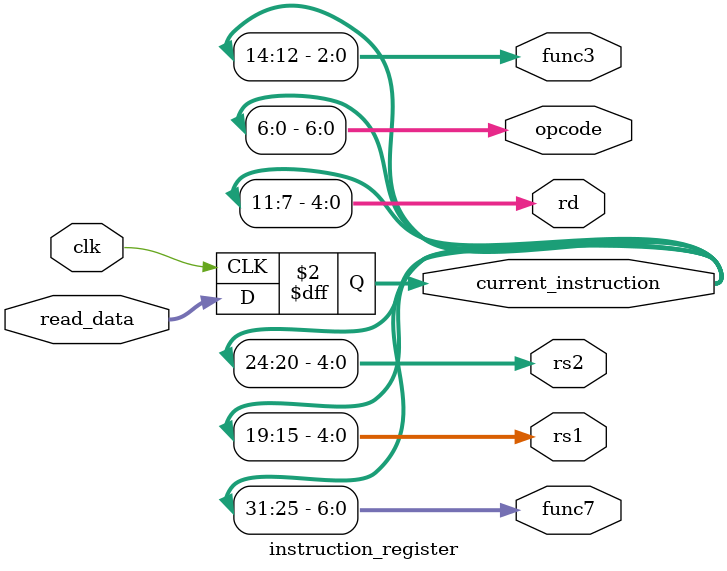
<source format=sv>
module instruction_register (
    input  logic        clk,
    input  logic [31:0] read_data,
    output logic [31:0] current_instruction,
    output logic [6:0]  func7,
    output logic [4:0]  rs1,
    output logic [4:0]  rs2,
    output logic [4:0]  rd,
    output logic [6:0]  opcode,
    output logic [2:0]  func3
);

    always_ff @(posedge clk) begin
        current_instruction <= read_data;
    end

    assign { func7, rs2, rs1, func3, rd, opcode } = current_instruction;

endmodule

</source>
